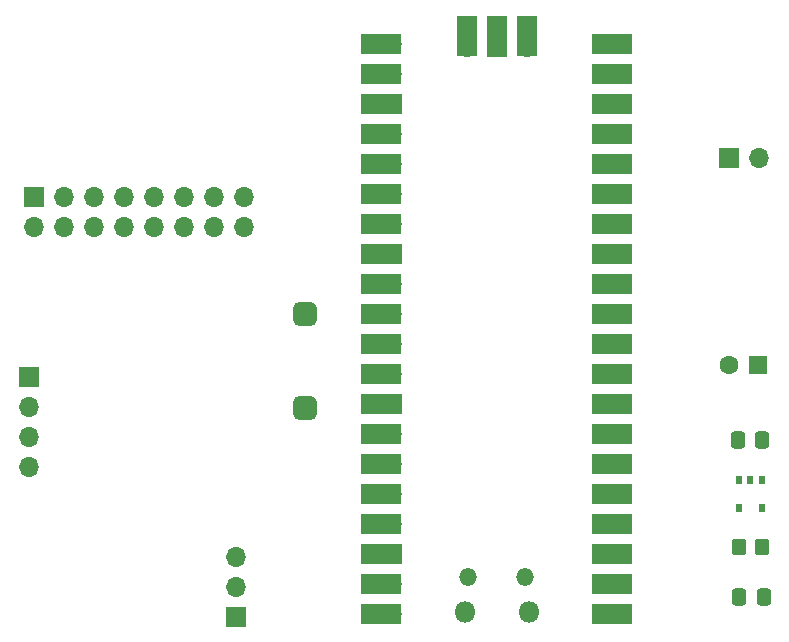
<source format=gbr>
%TF.GenerationSoftware,KiCad,Pcbnew,6.0.9+dfsg-1*%
%TF.CreationDate,2023-01-22T16:10:59-08:00*%
%TF.ProjectId,led_matrix_64x32_kicad,6c65645f-6d61-4747-9269-785f33327836,rev?*%
%TF.SameCoordinates,PX2efe460PY2edf448*%
%TF.FileFunction,Soldermask,Top*%
%TF.FilePolarity,Negative*%
%FSLAX46Y46*%
G04 Gerber Fmt 4.6, Leading zero omitted, Abs format (unit mm)*
G04 Created by KiCad (PCBNEW 6.0.9+dfsg-1) date 2023-01-22 16:10:59*
%MOMM*%
%LPD*%
G01*
G04 APERTURE LIST*
G04 Aperture macros list*
%AMRoundRect*
0 Rectangle with rounded corners*
0 $1 Rounding radius*
0 $2 $3 $4 $5 $6 $7 $8 $9 X,Y pos of 4 corners*
0 Add a 4 corners polygon primitive as box body*
4,1,4,$2,$3,$4,$5,$6,$7,$8,$9,$2,$3,0*
0 Add four circle primitives for the rounded corners*
1,1,$1+$1,$2,$3*
1,1,$1+$1,$4,$5*
1,1,$1+$1,$6,$7*
1,1,$1+$1,$8,$9*
0 Add four rect primitives between the rounded corners*
20,1,$1+$1,$2,$3,$4,$5,0*
20,1,$1+$1,$4,$5,$6,$7,0*
20,1,$1+$1,$6,$7,$8,$9,0*
20,1,$1+$1,$8,$9,$2,$3,0*%
G04 Aperture macros list end*
%ADD10RoundRect,0.250000X0.337500X0.475000X-0.337500X0.475000X-0.337500X-0.475000X0.337500X-0.475000X0*%
%ADD11O,1.800000X1.800000*%
%ADD12O,1.500000X1.500000*%
%ADD13R,3.500000X1.700000*%
%ADD14O,1.700000X1.700000*%
%ADD15R,1.700000X1.700000*%
%ADD16R,1.700000X3.500000*%
%ADD17R,0.510000X0.700000*%
%ADD18RoundRect,0.250000X-0.350000X-0.450000X0.350000X-0.450000X0.350000X0.450000X-0.350000X0.450000X0*%
%ADD19RoundRect,0.500000X0.500000X0.500000X-0.500000X0.500000X-0.500000X-0.500000X0.500000X-0.500000X0*%
%ADD20R,1.600000X1.600000*%
%ADD21C,1.600000*%
G04 APERTURE END LIST*
D10*
%TO.C,C3*%
X66294000Y-55880000D03*
X64219000Y-55880000D03*
%TD*%
D11*
%TO.C,U1*%
X46413000Y-57147000D03*
D12*
X41263000Y-54117000D03*
D11*
X40963000Y-57147000D03*
D12*
X46113000Y-54117000D03*
D13*
X53478000Y-57277000D03*
D14*
X52578000Y-57277000D03*
X52578000Y-54737000D03*
D13*
X53478000Y-54737000D03*
X53478000Y-52197000D03*
D15*
X52578000Y-52197000D03*
D13*
X53478000Y-49657000D03*
D14*
X52578000Y-49657000D03*
D13*
X53478000Y-47117000D03*
D14*
X52578000Y-47117000D03*
X52578000Y-44577000D03*
D13*
X53478000Y-44577000D03*
D14*
X52578000Y-42037000D03*
D13*
X53478000Y-42037000D03*
D15*
X52578000Y-39497000D03*
D13*
X53478000Y-39497000D03*
X53478000Y-36957000D03*
D14*
X52578000Y-36957000D03*
X52578000Y-34417000D03*
D13*
X53478000Y-34417000D03*
D14*
X52578000Y-31877000D03*
D13*
X53478000Y-31877000D03*
D14*
X52578000Y-29337000D03*
D13*
X53478000Y-29337000D03*
X53478000Y-26797000D03*
D15*
X52578000Y-26797000D03*
D14*
X52578000Y-24257000D03*
D13*
X53478000Y-24257000D03*
X53478000Y-21717000D03*
D14*
X52578000Y-21717000D03*
X52578000Y-19177000D03*
D13*
X53478000Y-19177000D03*
D14*
X52578000Y-16637000D03*
D13*
X53478000Y-16637000D03*
D15*
X52578000Y-14097000D03*
D13*
X53478000Y-14097000D03*
D14*
X52578000Y-11557000D03*
D13*
X53478000Y-11557000D03*
D14*
X52578000Y-9017000D03*
D13*
X53478000Y-9017000D03*
D14*
X34798000Y-9017000D03*
D13*
X33898000Y-9017000D03*
X33898000Y-11557000D03*
D14*
X34798000Y-11557000D03*
D15*
X34798000Y-14097000D03*
D13*
X33898000Y-14097000D03*
X33898000Y-16637000D03*
D14*
X34798000Y-16637000D03*
X34798000Y-19177000D03*
D13*
X33898000Y-19177000D03*
D14*
X34798000Y-21717000D03*
D13*
X33898000Y-21717000D03*
X33898000Y-24257000D03*
D14*
X34798000Y-24257000D03*
D13*
X33898000Y-26797000D03*
D15*
X34798000Y-26797000D03*
D14*
X34798000Y-29337000D03*
D13*
X33898000Y-29337000D03*
D14*
X34798000Y-31877000D03*
D13*
X33898000Y-31877000D03*
D14*
X34798000Y-34417000D03*
D13*
X33898000Y-34417000D03*
D14*
X34798000Y-36957000D03*
D13*
X33898000Y-36957000D03*
D15*
X34798000Y-39497000D03*
D13*
X33898000Y-39497000D03*
X33898000Y-42037000D03*
D14*
X34798000Y-42037000D03*
X34798000Y-44577000D03*
D13*
X33898000Y-44577000D03*
X33898000Y-47117000D03*
D14*
X34798000Y-47117000D03*
X34798000Y-49657000D03*
D13*
X33898000Y-49657000D03*
D15*
X34798000Y-52197000D03*
D13*
X33898000Y-52197000D03*
D14*
X34798000Y-54737000D03*
D13*
X33898000Y-54737000D03*
D14*
X34798000Y-57277000D03*
D13*
X33898000Y-57277000D03*
D14*
X46228000Y-9247000D03*
D16*
X46228000Y-8347000D03*
X43688000Y-8347000D03*
D15*
X43688000Y-9247000D03*
D16*
X41148000Y-8347000D03*
D14*
X41148000Y-9247000D03*
%TD*%
D17*
%TO.C,U2*%
X66101000Y-45978500D03*
X65151000Y-45978500D03*
X64201000Y-45978500D03*
X64201000Y-48298500D03*
X66101000Y-48298500D03*
%TD*%
D18*
%TO.C,R1*%
X64167000Y-51583500D03*
X66167000Y-51583500D03*
%TD*%
D19*
%TO.C,SW3*%
X27432000Y-31877000D03*
X27432000Y-39877000D03*
%TD*%
D10*
%TO.C,C2*%
X66167000Y-42545000D03*
X64092000Y-42545000D03*
%TD*%
D15*
%TO.C,J4*%
X63373000Y-18669000D03*
D14*
X65913000Y-18669000D03*
%TD*%
D15*
%TO.C,J3*%
X21590000Y-57516000D03*
D14*
X21590000Y-54976000D03*
X21590000Y-52436000D03*
%TD*%
D15*
%TO.C,J1*%
X4459000Y-21971000D03*
D14*
X4459000Y-24511000D03*
X6999000Y-21971000D03*
X6999000Y-24511000D03*
X9539000Y-21971000D03*
X9539000Y-24511000D03*
X12079000Y-21971000D03*
X12079000Y-24511000D03*
X14619000Y-21971000D03*
X14619000Y-24511000D03*
X17159000Y-21971000D03*
X17159000Y-24511000D03*
X19699000Y-21971000D03*
X19699000Y-24511000D03*
X22239000Y-21971000D03*
X22239000Y-24511000D03*
%TD*%
D20*
%TO.C,C1*%
X65825380Y-36195000D03*
D21*
X63325380Y-36195000D03*
%TD*%
D15*
%TO.C,J2*%
X4064000Y-37221000D03*
D14*
X4064000Y-39761000D03*
X4064000Y-42301000D03*
X4064000Y-44841000D03*
%TD*%
M02*

</source>
